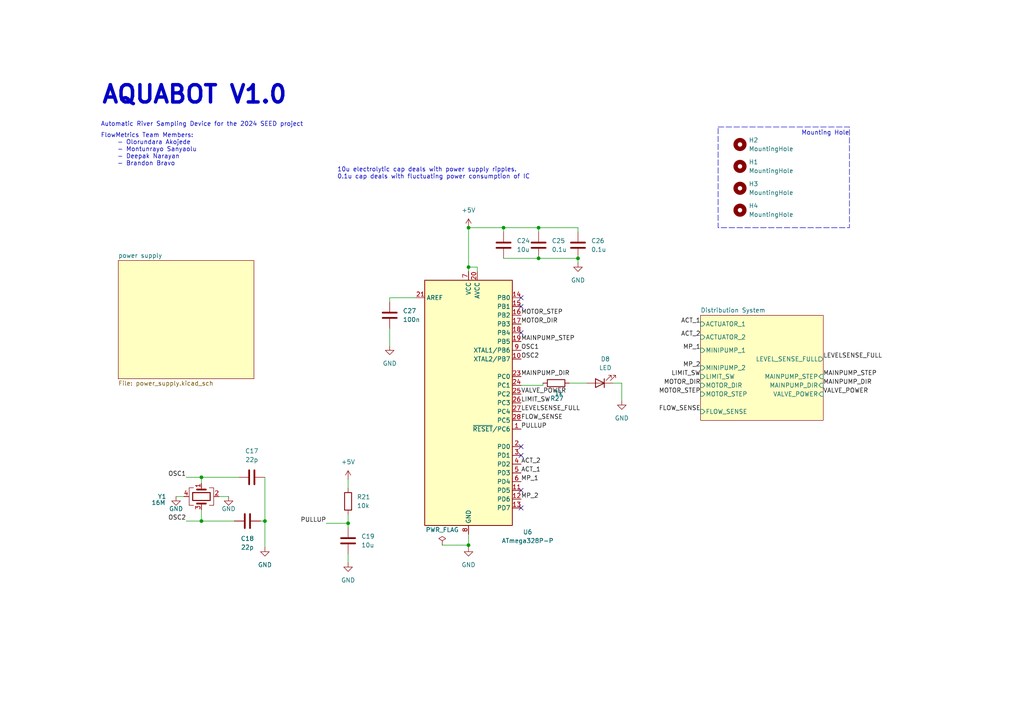
<source format=kicad_sch>
(kicad_sch (version 20230121) (generator eeschema)
  (paper "A4")
  (lib_symbols
    (symbol "Device:C" (pin_numbers hide) (pin_names (offset 0.254))
      (property "Reference" "C" (at 0.635 2.54 0))
      (property "Value" "C" (at 0.635 -2.54 0))
      (symbol "C_0_1"
        (polyline (pts (xy -2.032 -0.762) (xy 2.032 -0.762)) (stroke (width 0.508)))
        (polyline (pts (xy -2.032 0.762) (xy 2.032 0.762)) (stroke (width 0.508)))
      )
      (symbol "C_1_1"
        (pin passive line (at 0 3.81 270) (length 2.794) (name "~") (number "1"))
        (pin passive line (at 0 -3.81 90) (length 2.794) (name "~") (number "2"))
      )
    )
    (symbol "Device:Crystal_GND24" (pin_names (offset 1.016) hide)
      (property "Reference" "Y" (at 3.175 5.08 0))
      (property "Value" "Crystal_GND24" (at 3.175 3.175 0))
      (symbol "Crystal_GND24_0_1"
        (rectangle (start -1.143 2.54) (end 1.143 -2.54) (stroke (width 0.3048)))
        (polyline (pts (xy -2.54 0) (xy -2.032 0)))
        (polyline (pts (xy -2.032 -1.27) (xy -2.032 1.27)) (stroke (width 0.508)))
        (polyline (pts (xy 0 -3.81) (xy 0 -3.556)))
        (polyline (pts (xy 0 3.556) (xy 0 3.81)))
        (polyline (pts (xy 2.032 -1.27) (xy 2.032 1.27)) (stroke (width 0.508)))
        (polyline (pts (xy 2.032 0) (xy 2.54 0)))
        (polyline (pts (xy -2.54 -2.286) (xy -2.54 -3.556) (xy 2.54 -3.556) (xy 2.54 -2.286)))
        (polyline (pts (xy -2.54 2.286) (xy -2.54 3.556) (xy 2.54 3.556) (xy 2.54 2.286)))
      )
      (symbol "Crystal_GND24_1_1"
        (pin passive line (at -3.81 0 0) (length 1.27) (name "1") (number "1"))
        (pin passive line (at 0 5.08 270) (length 1.27) (name "2") (number "2"))
        (pin passive line (at 3.81 0 180) (length 1.27) (name "3") (number "3"))
        (pin passive line (at 0 -5.08 90) (length 1.27) (name "4") (number "4"))
      )
    )
    (symbol "Device:LED" (pin_numbers hide) (pin_names (offset 1.016) hide)
      (property "Reference" "D" (at 0 2.54 0))
      (property "Value" "LED" (at 0 -2.54 0))
      (symbol "LED_0_1"
        (polyline (pts (xy -1.27 -1.27) (xy -1.27 1.27)) (stroke (width 0.254)))
        (polyline (pts (xy -1.27 0) (xy 1.27 0)))
        (polyline (pts (xy 1.27 -1.27) (xy 1.27 1.27) (xy -1.27 0) (xy 1.27 -1.27)) (stroke (width 0.254)))
        (polyline (pts (xy -3.048 -0.762) (xy -4.572 -2.286) (xy -3.81 -2.286) (xy -4.572 -2.286) (xy -4.572 -1.524)))
        (polyline (pts (xy -1.778 -0.762) (xy -3.302 -2.286) (xy -2.54 -2.286) (xy -3.302 -2.286) (xy -3.302 -1.524)))
      )
      (symbol "LED_1_1"
        (pin passive line (at -3.81 0 0) (length 2.54) (name "K") (number "1"))
        (pin passive line (at 3.81 0 180) (length 2.54) (name "A") (number "2"))
      )
    )
    (symbol "Device:R" (pin_numbers hide) (pin_names (offset 0))
      (property "Reference" "R" (at 2.032 0 90))
      (property "Value" "R" (at 0 0 90))
      (symbol "R_0_1"
        (rectangle (start -1.016 -2.54) (end 1.016 2.54) (stroke (width 0.254)))
      )
      (symbol "R_1_1"
        (pin passive line (at 0 3.81 270) (length 1.27) (name "~") (number "1"))
        (pin passive line (at 0 -3.81 90) (length 1.27) (name "~") (number "2"))
      )
    )
    (symbol "MCU_Microchip_ATmega:ATmega328P-P"
      (property "Reference" "U" (at -12.7 36.83 0))
      (property "Value" "ATmega328P-P" (at 2.54 -36.83 0))
      (symbol "ATmega328P-P_0_1"
        (rectangle (start -12.7 -35.56) (end 12.7 35.56) (stroke (width 0.254)) (fill (type background)))
      )
      (symbol "ATmega328P-P_1_1"
        (pin bidirectional line (at 15.24 -7.62 180) (length 2.54) (name "~{RESET}/PC6") (number "1"))
        (pin bidirectional line (at 15.24 12.7 180) (length 2.54) (name "XTAL2/PB7") (number "10"))
        (pin bidirectional line (at 15.24 -25.4 180) (length 2.54) (name "PD5") (number "11"))
        (pin bidirectional line (at 15.24 -27.94 180) (length 2.54) (name "PD6") (number "12"))
        (pin bidirectional line (at 15.24 -30.48 180) (length 2.54) (name "PD7") (number "13"))
        (pin bidirectional line (at 15.24 30.48 180) (length 2.54) (name "PB0") (number "14"))
        (pin bidirectional line (at 15.24 27.94 180) (length 2.54) (name "PB1") (number "15"))
        (pin bidirectional line (at 15.24 25.4 180) (length 2.54) (name "PB2") (number "16"))
        (pin bidirectional line (at 15.24 22.86 180) (length 2.54) (name "PB3") (number "17"))
        (pin bidirectional line (at 15.24 20.32 180) (length 2.54) (name "PB4") (number "18"))
        (pin bidirectional line (at 15.24 17.78 180) (length 2.54) (name "PB5") (number "19"))
        (pin bidirectional line (at 15.24 -12.7 180) (length 2.54) (name "PD0") (number "2"))
        (pin power_in line (at 2.54 38.1 270) (length 2.54) (name "AVCC") (number "20"))
        (pin passive line (at -15.24 30.48 0) (length 2.54) (name "AREF") (number "21"))
        (pin passive line (at 0 -38.1 90) (length 2.54) hide (name "GND") (number "22"))
        (pin bidirectional line (at 15.24 7.62 180) (length 2.54) (name "PC0") (number "23"))
        (pin bidirectional line (at 15.24 5.08 180) (length 2.54) (name "PC1") (number "24"))
        (pin bidirectional line (at 15.24 2.54 180) (length 2.54) (name "PC2") (number "25"))
        (pin bidirectional line (at 15.24 0 180) (length 2.54) (name "PC3") (number "26"))
        (pin bidirectional line (at 15.24 -2.54 180) (length 2.54) (name "PC4") (number "27"))
        (pin bidirectional line (at 15.24 -5.08 180) (length 2.54) (name "PC5") (number "28"))
        (pin bidirectional line (at 15.24 -15.24 180) (length 2.54) (name "PD1") (number "3"))
        (pin bidirectional line (at 15.24 -17.78 180) (length 2.54) (name "PD2") (number "4"))
        (pin bidirectional line (at 15.24 -20.32 180) (length 2.54) (name "PD3") (number "5"))
        (pin bidirectional line (at 15.24 -22.86 180) (length 2.54) (name "PD4") (number "6"))
        (pin power_in line (at 0 38.1 270) (length 2.54) (name "VCC") (number "7"))
        (pin power_in line (at 0 -38.1 90) (length 2.54) (name "GND") (number "8"))
        (pin bidirectional line (at 15.24 15.24 180) (length 2.54) (name "XTAL1/PB6") (number "9"))
      )
    )
    (symbol "Mechanical:MountingHole" (pin_names (offset 1.016))
      (property "Reference" "H" (at 0 5.08 0))
      (property "Value" "MountingHole" (at 0 3.175 0))
      (symbol "MountingHole_0_1"
        (circle (center 0 0) (radius 1.27) (stroke (width 1.27)))
      )
    )
    (symbol "power:+5V" (power) (pin_names (offset 0))
      (property "Value" "+5V" (at 0 3.556 0))
      (symbol "+5V_0_1"
        (polyline (pts (xy -0.762 1.27) (xy 0 2.54)))
        (polyline (pts (xy 0 0) (xy 0 2.54)))
        (polyline (pts (xy 0 2.54) (xy 0.762 1.27)))
      )
      (symbol "+5V_1_1"
        (pin power_in line (at 0 0 90) (length 0) hide (name "+5V") (number "1"))
      )
    )
    (symbol "power:GND" (power) (pin_names (offset 0))
      (property "Value" "GND" (at 0 -3.81 0))
      (symbol "GND_0_1"
        (polyline (pts (xy 0 0) (xy 0 -1.27) (xy 1.27 -1.27) (xy 0 -2.54) (xy -1.27 -1.27) (xy 0 -1.27)))
      )
      (symbol "GND_1_1"
        (pin power_in line (at 0 0 270) (length 0) hide (name "GND") (number "1"))
      )
    )
    (symbol "power:PWR_FLAG" (power) (pin_numbers hide) (pin_names (offset 0) hide)
      (property "Value" "PWR_FLAG" (at 0 3.81 0))
      (symbol "PWR_FLAG_0_0"
        (pin power_out line (at 0 0 90) (length 0) (name "pwr") (number "1"))
      )
      (symbol "PWR_FLAG_0_1"
        (polyline (pts (xy 0 0) (xy 0 1.27) (xy -1.016 1.905) (xy 0 2.54) (xy 1.016 1.905) (xy 0 1.27)))
      )
    )
  )
  (junction (at 156.21 74.93))
  (junction (at 146.05 66.04))
  (junction (at 135.89 66.04))
  (junction (at 76.835 151.13))
  (junction (at 156.21 66.04))
  (junction (at 167.64 74.93))
  (junction (at 100.965 151.765))
  (junction (at 135.89 77.47))
  (junction (at 135.89 158.115))
  (junction (at 58.42 151.13))
  (junction (at 58.42 138.43))
  (no_connect (at 151.13 132.08))
  (no_connect (at 151.13 88.9))
  (no_connect (at 151.13 147.32))
  (no_connect (at 151.13 142.24))
  (no_connect (at 151.13 96.52))
  (no_connect (at 151.13 129.54))
  (no_connect (at 151.13 86.36))
  (wire (pts (xy 113.03 95.25) (xy 113.03 100.33)))
  (wire (pts (xy 167.64 74.93) (xy 167.64 76.2)))
  (wire (pts (xy 135.89 158.115) (xy 135.89 158.75)))
  (wire (pts (xy 113.03 86.36) (xy 120.65 86.36)))
  (wire (pts (xy 53.975 138.43) (xy 58.42 138.43)))
  (wire (pts (xy 100.965 151.765) (xy 100.965 153.035)))
  (wire (pts (xy 76.835 151.13) (xy 76.835 158.75)))
  (wire (pts (xy 156.21 66.04) (xy 156.21 67.31)))
  (wire (pts (xy 58.42 138.43) (xy 58.42 140.208)))
  (wire (pts (xy 146.05 66.04) (xy 156.21 66.04)))
  (wire (pts (xy 157.48 111.76) (xy 157.48 111.125)))
  (wire (pts (xy 100.965 149.225) (xy 100.965 151.765)))
  (wire (pts (xy 180.34 111.125) (xy 180.34 116.205)))
  (wire (pts (xy 94.615 151.765) (xy 100.965 151.765)))
  (wire (pts (xy 58.42 151.13) (xy 67.945 151.13)))
  (wire (pts (xy 135.89 66.04) (xy 146.05 66.04)))
  (wire (pts (xy 177.8 111.125) (xy 180.34 111.125)))
  (wire (pts (xy 58.42 147.828) (xy 58.42 151.13)))
  (wire (pts (xy 165.1 111.125) (xy 170.18 111.125)))
  (wire (pts (xy 100.965 139.065) (xy 100.965 141.605)))
  (wire (pts (xy 135.89 77.47) (xy 138.43 77.47)))
  (wire (pts (xy 53.975 151.13) (xy 58.42 151.13)))
  (wire (pts (xy 63.5 144.018) (xy 66.294 144.018)))
  (wire (pts (xy 135.89 66.04) (xy 135.89 77.47)))
  (wire (pts (xy 135.89 154.94) (xy 135.89 158.115)))
  (wire (pts (xy 156.21 66.04) (xy 167.64 66.04)))
  (wire (pts (xy 151.13 111.76) (xy 157.48 111.76)))
  (wire (pts (xy 167.64 66.04) (xy 167.64 67.31)))
  (wire (pts (xy 156.21 74.93) (xy 167.64 74.93)))
  (wire (pts (xy 138.43 77.47) (xy 138.43 78.74)))
  (wire (pts (xy 146.05 74.93) (xy 156.21 74.93)))
  (wire (pts (xy 146.05 66.04) (xy 146.05 67.31)))
  (wire (pts (xy 135.89 78.74) (xy 135.89 77.47)))
  (wire (pts (xy 100.965 160.655) (xy 100.965 163.195)))
  (wire (pts (xy 75.565 151.13) (xy 76.835 151.13)))
  (wire (pts (xy 113.03 86.36) (xy 113.03 87.63)))
  (wire (pts (xy 51.054 144.018) (xy 53.34 144.018)))
  (wire (pts (xy 76.835 138.43) (xy 76.835 151.13)))
  (wire (pts (xy 128.27 158.115) (xy 135.89 158.115)))
  (wire (pts (xy 58.42 138.43) (xy 69.215 138.43)))
  (rectangle (start 208.28 36.83) (end 246.38 66.04) (stroke (width 0) (type dash)))
  (text "AQUABOT V1.0\n" (at 29.21 30.48 0) (effects (font (size 5 5) (thickness 1) bold) (justify left bottom)))
  (text "10u electrolytic cap deals with power supply ripples. \n0.1u cap deals with fluctuating power consumption of IC" (at 97.79 52.07 0) (effects (font (size 1.27 1.27)) (justify left bottom)))
  (text "FlowMetrics Team Members:\n	- Olorundara Akojede\n	- Montunrayo Sanyaolu\n	- Deepak Narayan\n	- Brandon Bravo" (at 29.21 48.26 0) (effects (font (size 1.27 1.27)) (justify left bottom)))
  (text "Automatic River Sampling Device for the 2024 SEED project\n" (at 29.21 36.83 0) (effects (font (size 1.27 1.27)) (justify left bottom)))
  (text "Mounting Hole\n" (at 232.41 39.37 0) (effects (font (size 1.27 1.27)) (justify left bottom)))
  (label "VALVE_POWER" (at 238.76 114.3 0))
  (label "OSC2" (at 151.13 104.14 0))
  (label "MOTOR_STEP" (at 203.2 114.3 180))
  (label "MP_1" (at 151.13 139.7 0))
  (label "MOTOR_DIR" (at 151.13 93.98 0))
  (label "MAINPUMP_DIR" (at 238.76 111.76 0))
  (label "ACT_2" (at 151.13 134.62 0))
  (label "FLOW_SENSE" (at 203.2 119.38 180))
  (label "PULLUP" (at 94.615 151.765 180))
  (label "ACT_1" (at 151.13 137.16 0))
  (label "MP_2" (at 151.13 144.78 0))
  (label "LEVELSENSE_FULL" (at 151.13 119.38 0))
  (label "OSC1" (at 53.975 138.43 180))
  (label "MOTOR_STEP" (at 151.13 91.44 0))
  (label "MAINPUMP_DIR" (at 151.13 109.22 0))
  (label "OSC1" (at 151.13 101.6 0))
  (label "MOTOR_DIR" (at 203.2 111.76 180))
  (label "MP_2" (at 203.2 106.68 180))
  (label "OSC2" (at 53.975 151.13 180))
  (label "FLOW_SENSE" (at 151.13 121.92 0))
  (label "ACT_1" (at 203.2 93.98 180))
  (label "PULLUP" (at 151.13 124.46 0))
  (label "MP_1" (at 203.2 101.6 180))
  (label "ACT_2" (at 203.2 97.79 180))
  (label "LIMIT_SW" (at 203.2 109.22 180))
  (label "VALVE_POWER" (at 151.13 114.3 0))
  (label "MAINPUMP_STEP" (at 151.13 99.06 0))
  (label "MAINPUMP_STEP" (at 238.76 109.22 0))
  (label "LIMIT_SW" (at 151.13 116.84 0))
  (label "LEVELSENSE_FULL" (at 238.76 104.14 0))
  (symbol (lib_id "power:GND") (at 135.89 158.75 0) (unit 1)
    (property "Reference" "#PWR044" (effects hide))
    (property "Value" "GND" (at 135.89 163.83 0))
  )
  (symbol (lib_id "Mechanical:MountingHole") (at 214.63 60.96 0) (unit 1)
    (property "Reference" "H4" (at 217.17 59.69 0) (effects (justify left)))
    (property "Value" "MountingHole" (at 217.17 62.23 0) (effects (justify left)))
    (property "Footprint" "MountingHole:MountingHole_2.2mm_M2_Pad" (effects hide))
  )
  (symbol (lib_id "Device:LED") (at 173.99 111.125 180) (unit 1)
    (property "Reference" "D8" (at 175.5775 104.14 0))
    (property "Value" "LED" (at 175.5775 106.68 0))
    (property "Footprint" "LED_SMD:LED_1206_3216Metric" (effects hide))
  )
  (symbol (lib_id "Device:C") (at 156.21 71.12 0) (unit 1)
    (property "Reference" "C25" (at 160.02 69.85 0) (effects (justify left)))
    (property "Value" "0.1u" (at 160.02 72.39 0) (effects (justify left)))
    (property "Footprint" "Capacitor_SMD:C_0805_2012Metric" (effects hide))
  )
  (symbol (lib_id "power:GND") (at 113.03 100.33 0) (unit 1)
    (property "Reference" "#PWR048" (effects hide))
    (property "Value" "GND" (at 113.03 105.41 0))
  )
  (symbol (lib_id "power:GND") (at 100.965 163.195 0) (unit 1)
    (property "Reference" "#PWR071" (effects hide))
    (property "Value" "GND" (at 100.965 168.275 0))
  )
  (symbol (lib_id "power:GND") (at 51.054 144.018 0) (unit 1)
    (property "Reference" "#PWR051" (effects hide))
    (property "Value" "GND" (at 51.054 147.574 0))
  )
  (symbol (lib_id "Mechanical:MountingHole") (at 214.63 48.26 0) (unit 1)
    (property "Reference" "H1" (at 217.17 46.99 0) (effects (justify left)))
    (property "Value" "MountingHole" (at 217.17 49.53 0) (effects (justify left)))
    (property "Footprint" "MountingHole:MountingHole_2.2mm_M2_Pad" (effects hide))
  )
  (symbol (lib_id "Device:C") (at 113.03 91.44 0) (unit 1)
    (property "Reference" "C27" (at 116.84 90.17 0) (effects (justify left)))
    (property "Value" "100n" (at 116.84 92.71 0) (effects (justify left)))
    (property "Footprint" "Capacitor_SMD:C_0402_1005Metric" (effects hide))
  )
  (symbol (lib_id "Device:C") (at 71.755 151.13 90) (unit 1)
    (property "Reference" "C18" (at 71.755 156.21 90))
    (property "Value" "22p" (at 71.755 158.75 90))
    (property "Footprint" "Capacitor_SMD:C_0603_1608Metric" (effects hide))
  )
  (symbol (lib_id "Device:C") (at 146.05 71.12 0) (unit 1)
    (property "Reference" "C24" (at 149.86 69.85 0) (effects (justify left)))
    (property "Value" "10u" (at 149.86 72.39 0) (effects (justify left)))
    (property "Footprint" "Capacitor_SMD:C_0805_2012Metric" (effects hide))
  )
  (symbol (lib_id "power:PWR_FLAG") (at 128.27 158.115 0) (unit 1)
    (property "Reference" "#FLG01" (effects hide))
    (property "Value" "PWR_FLAG" (at 128.27 153.67 0))
  )
  (symbol (lib_id "power:GND") (at 180.34 116.205 0) (unit 1)
    (property "Reference" "#PWR049" (effects hide))
    (property "Value" "GND" (at 180.34 121.285 0))
  )
  (symbol (lib_id "Mechanical:MountingHole") (at 214.63 54.61 0) (unit 1)
    (property "Reference" "H3" (at 217.17 53.34 0) (effects (justify left)))
    (property "Value" "MountingHole" (at 217.17 55.88 0) (effects (justify left)))
    (property "Footprint" "MountingHole:MountingHole_2.2mm_M2_Pad" (effects hide))
  )
  (symbol (lib_id "power:GND") (at 76.835 158.75 0) (unit 1)
    (property "Reference" "#PWR068" (effects hide))
    (property "Value" "GND" (at 76.835 163.83 0))
  )
  (symbol (lib_id "Device:C") (at 73.025 138.43 90) (unit 1)
    (property "Reference" "C17" (at 73.025 130.81 90))
    (property "Value" "22p" (at 73.025 133.35 90))
    (property "Footprint" "Capacitor_SMD:C_0603_1608Metric" (effects hide))
  )
  (symbol (lib_id "Mechanical:MountingHole") (at 214.63 41.91 0) (unit 1)
    (property "Reference" "H2" (at 217.17 40.64 0) (effects (justify left)))
    (property "Value" "MountingHole" (at 217.17 43.18 0) (effects (justify left)))
    (property "Footprint" "MountingHole:MountingHole_2.2mm_M2_Pad" (effects hide))
  )
  (symbol (lib_id "Device:R") (at 100.965 145.415 0) (unit 1)
    (property "Reference" "R21" (at 103.505 144.145 0) (effects (justify left)))
    (property "Value" "10k" (at 103.505 146.685 0) (effects (justify left)))
    (property "Footprint" "Resistor_SMD:R_1206_3216Metric" (effects hide))
  )
  (symbol (lib_id "Device:R") (at 161.29 111.125 90) (unit 1)
    (property "Reference" "R27" (at 161.544 115.57 90))
    (property "Value" "1k" (at 162.052 114.046 90))
    (property "Footprint" "Resistor_SMD:R_1206_3216Metric" (effects hide))
  )
  (symbol (lib_id "Device:C") (at 100.965 156.845 0) (unit 1)
    (property "Reference" "C19" (at 104.775 155.575 0) (effects (justify left)))
    (property "Value" "10u" (at 104.775 158.115 0) (effects (justify left)))
    (property "Footprint" "Capacitor_SMD:C_0603_1608Metric" (effects hide))
  )
  (symbol (lib_id "power:GND") (at 167.64 76.2 0) (unit 1)
    (property "Reference" "#PWR046" (effects hide))
    (property "Value" "GND" (at 167.64 81.28 0))
  )
  (symbol (lib_id "MCU_Microchip_ATmega:ATmega328P-P") (at 135.89 116.84 0) (unit 1)
    (property "Reference" "U6" (at 153.035 154.305 0))
    (property "Value" "ATmega328P-P" (at 153.035 156.845 0))
    (property "Footprint" "Package_DIP:DIP-28_W7.62mm" (effects hide))
    (property "Datasheet" "http://ww1.microchip.com/downloads/en/DeviceDoc/ATmega328_P%20AVR%20MCU%20with%20picoPower%20Technology%20Data%20Sheet%2040001984A.pdf" (effects hide))
  )
  (symbol (lib_id "power:+5V") (at 100.965 139.065 0) (unit 1)
    (property "Reference" "#PWR070" (effects hide))
    (property "Value" "+5V" (at 100.965 133.985 0))
  )
  (symbol (lib_id "Device:Crystal_GND24") (at 58.42 144.018 270) (unit 1)
    (property "Reference" "Y1" (at 48.26 144.018 90) (effects (justify right)))
    (property "Value" "16M" (at 48.006 145.796 90) (effects (justify right)))
    (property "Footprint" "Crystal:Crystal_SMD_5032-4Pin_5.0x3.2mm" (effects hide))
  )
  (symbol (lib_id "Device:C") (at 167.64 71.12 0) (unit 1)
    (property "Reference" "C26" (at 171.45 69.85 0) (effects (justify left)))
    (property "Value" "0.1u" (at 171.45 72.39 0) (effects (justify left)))
    (property "Footprint" "Capacitor_SMD:C_0805_2012Metric" (effects hide))
  )
  (symbol (lib_id "power:+5V") (at 135.89 66.04 0) (unit 1)
    (property "Reference" "#PWR045" (effects hide))
    (property "Value" "+5V" (at 135.89 60.96 0))
  )
  (symbol (lib_id "power:GND") (at 66.294 144.018 0) (unit 1)
    (property "Reference" "#PWR050" (effects hide))
    (property "Value" "GND" (at 66.294 147.574 0))
  )
  (sheet (at 203.2 91.44) (size 35.56 30.48) (stroke (width 0.1524)) (fill (color 255 255 194 1.0000))
    (property "Sheetname" "Distribution System" (at 203.2 90.7284 0) (effects (justify left bottom)))
    (property "Sheetfile" "distribution_system.kicad_sch" (effects hide))
    (pin "MOTOR_DIR" input (at 203.2 111.76 180))
    (pin "MOTOR_STEP" input (at 203.2 114.3 180))
    (pin "MINIPUMP_1" input (at 203.2 101.6 180))
    (pin "MINIPUMP_2" input (at 203.2 106.68 180))
    (pin "ACTUATOR_1" input (at 203.2 93.98 180))
    (pin "ACTUATOR_2" input (at 203.2 97.79 180))
    (pin "LIMIT_SW" input (at 203.2 109.22 180))
    (pin "VALVE_POWER" input (at 238.76 114.3 0))
    (pin "LEVEL_SENSE_FULL" output (at 238.76 104.14 0))
    (pin "FLOW_SENSE" input (at 203.2 119.38 180))
    (pin "MAINPUMP_STEP" input (at 238.76 109.22 0))
    (pin "MAINPUMP_DIR" input (at 238.76 111.76 0))
  )
  (sheet (at 34.29 75.565) (size 39.37 34.29) (stroke (width 0.1524)) (fill (color 255 255 194 1.0000))
    (property "Sheetname" "power supply" (at 34.29 74.8534 0) (effects (justify left bottom)))
    (property "Sheetfile" "power_supply.kicad_sch" (at 34.29 110.4396 0) (effects (justify left top)))
  )
)
</source>
